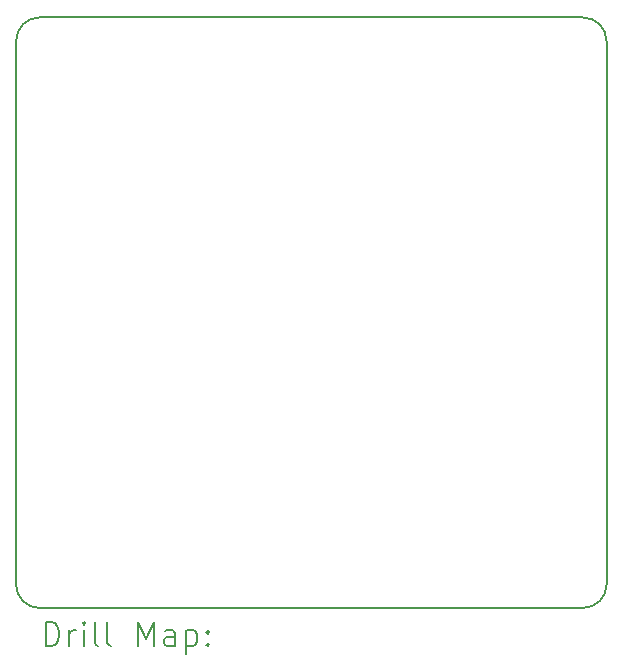
<source format=gbr>
%TF.GenerationSoftware,KiCad,Pcbnew,7.0.10-7.0.10~ubuntu22.04.1*%
%TF.CreationDate,2024-01-03T17:58:35-08:00*%
%TF.ProjectId,YamhillProtoBoard1x1,59616d68-696c-46c5-9072-6f746f426f61,A*%
%TF.SameCoordinates,Original*%
%TF.FileFunction,Drillmap*%
%TF.FilePolarity,Positive*%
%FSLAX45Y45*%
G04 Gerber Fmt 4.5, Leading zero omitted, Abs format (unit mm)*
G04 Created by KiCad (PCBNEW 7.0.10-7.0.10~ubuntu22.04.1) date 2024-01-03 17:58:35*
%MOMM*%
%LPD*%
G01*
G04 APERTURE LIST*
%ADD10C,0.200000*%
G04 APERTURE END LIST*
D10*
X14800000Y-10000000D02*
X10200000Y-10000000D01*
X10000000Y-9800000D02*
G75*
G03*
X10200000Y-10000000I200000J0D01*
G01*
X15000000Y-5200000D02*
G75*
G03*
X14800000Y-5000000I-200000J0D01*
G01*
X10200000Y-5000000D02*
G75*
G03*
X10000000Y-5200000I0J-200000D01*
G01*
X10000000Y-9800000D02*
X10000000Y-5200000D01*
X10200000Y-5000000D02*
X14800000Y-5000000D01*
X14800000Y-10000000D02*
G75*
G03*
X15000000Y-9800000I0J200000D01*
G01*
X15000000Y-5200000D02*
X15000000Y-9800000D01*
X10250777Y-10321484D02*
X10250777Y-10121484D01*
X10250777Y-10121484D02*
X10298396Y-10121484D01*
X10298396Y-10121484D02*
X10326967Y-10131008D01*
X10326967Y-10131008D02*
X10346015Y-10150055D01*
X10346015Y-10150055D02*
X10355539Y-10169103D01*
X10355539Y-10169103D02*
X10365063Y-10207198D01*
X10365063Y-10207198D02*
X10365063Y-10235770D01*
X10365063Y-10235770D02*
X10355539Y-10273865D01*
X10355539Y-10273865D02*
X10346015Y-10292912D01*
X10346015Y-10292912D02*
X10326967Y-10311960D01*
X10326967Y-10311960D02*
X10298396Y-10321484D01*
X10298396Y-10321484D02*
X10250777Y-10321484D01*
X10450777Y-10321484D02*
X10450777Y-10188150D01*
X10450777Y-10226246D02*
X10460301Y-10207198D01*
X10460301Y-10207198D02*
X10469824Y-10197674D01*
X10469824Y-10197674D02*
X10488872Y-10188150D01*
X10488872Y-10188150D02*
X10507920Y-10188150D01*
X10574586Y-10321484D02*
X10574586Y-10188150D01*
X10574586Y-10121484D02*
X10565063Y-10131008D01*
X10565063Y-10131008D02*
X10574586Y-10140531D01*
X10574586Y-10140531D02*
X10584110Y-10131008D01*
X10584110Y-10131008D02*
X10574586Y-10121484D01*
X10574586Y-10121484D02*
X10574586Y-10140531D01*
X10698396Y-10321484D02*
X10679348Y-10311960D01*
X10679348Y-10311960D02*
X10669824Y-10292912D01*
X10669824Y-10292912D02*
X10669824Y-10121484D01*
X10803158Y-10321484D02*
X10784110Y-10311960D01*
X10784110Y-10311960D02*
X10774586Y-10292912D01*
X10774586Y-10292912D02*
X10774586Y-10121484D01*
X11031729Y-10321484D02*
X11031729Y-10121484D01*
X11031729Y-10121484D02*
X11098396Y-10264341D01*
X11098396Y-10264341D02*
X11165063Y-10121484D01*
X11165063Y-10121484D02*
X11165063Y-10321484D01*
X11346015Y-10321484D02*
X11346015Y-10216722D01*
X11346015Y-10216722D02*
X11336491Y-10197674D01*
X11336491Y-10197674D02*
X11317443Y-10188150D01*
X11317443Y-10188150D02*
X11279348Y-10188150D01*
X11279348Y-10188150D02*
X11260301Y-10197674D01*
X11346015Y-10311960D02*
X11326967Y-10321484D01*
X11326967Y-10321484D02*
X11279348Y-10321484D01*
X11279348Y-10321484D02*
X11260301Y-10311960D01*
X11260301Y-10311960D02*
X11250777Y-10292912D01*
X11250777Y-10292912D02*
X11250777Y-10273865D01*
X11250777Y-10273865D02*
X11260301Y-10254817D01*
X11260301Y-10254817D02*
X11279348Y-10245293D01*
X11279348Y-10245293D02*
X11326967Y-10245293D01*
X11326967Y-10245293D02*
X11346015Y-10235770D01*
X11441253Y-10188150D02*
X11441253Y-10388150D01*
X11441253Y-10197674D02*
X11460301Y-10188150D01*
X11460301Y-10188150D02*
X11498396Y-10188150D01*
X11498396Y-10188150D02*
X11517443Y-10197674D01*
X11517443Y-10197674D02*
X11526967Y-10207198D01*
X11526967Y-10207198D02*
X11536491Y-10226246D01*
X11536491Y-10226246D02*
X11536491Y-10283389D01*
X11536491Y-10283389D02*
X11526967Y-10302436D01*
X11526967Y-10302436D02*
X11517443Y-10311960D01*
X11517443Y-10311960D02*
X11498396Y-10321484D01*
X11498396Y-10321484D02*
X11460301Y-10321484D01*
X11460301Y-10321484D02*
X11441253Y-10311960D01*
X11622205Y-10302436D02*
X11631729Y-10311960D01*
X11631729Y-10311960D02*
X11622205Y-10321484D01*
X11622205Y-10321484D02*
X11612682Y-10311960D01*
X11612682Y-10311960D02*
X11622205Y-10302436D01*
X11622205Y-10302436D02*
X11622205Y-10321484D01*
X11622205Y-10197674D02*
X11631729Y-10207198D01*
X11631729Y-10207198D02*
X11622205Y-10216722D01*
X11622205Y-10216722D02*
X11612682Y-10207198D01*
X11612682Y-10207198D02*
X11622205Y-10197674D01*
X11622205Y-10197674D02*
X11622205Y-10216722D01*
M02*

</source>
